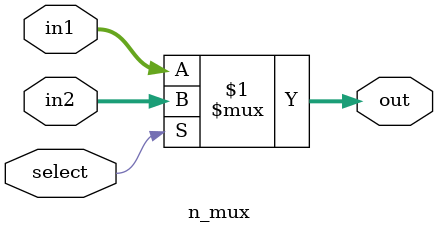
<source format=v>
module n_mux(in1, in2, out, select);
	
	parameter N = 64;
	
	input [N-1:0] in1, in2;
	input select;
	
	output [N-1:0] out;
	
	assign out=select?in2:in1;
	
endmodule 
</source>
